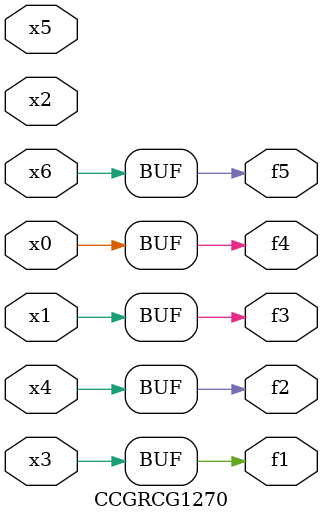
<source format=v>
module CCGRCG1270(
	input x0, x1, x2, x3, x4, x5, x6,
	output f1, f2, f3, f4, f5
);
	assign f1 = x3;
	assign f2 = x4;
	assign f3 = x1;
	assign f4 = x0;
	assign f5 = x6;
endmodule

</source>
